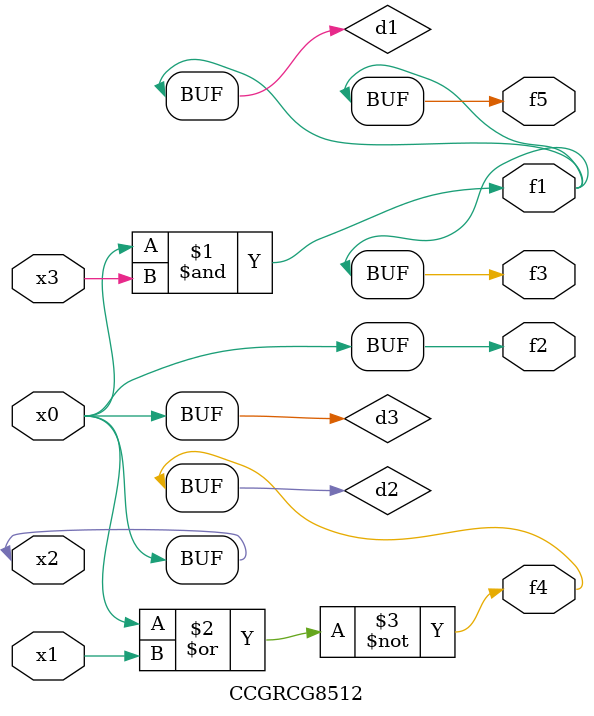
<source format=v>
module CCGRCG8512(
	input x0, x1, x2, x3,
	output f1, f2, f3, f4, f5
);

	wire d1, d2, d3;

	and (d1, x2, x3);
	nor (d2, x0, x1);
	buf (d3, x0, x2);
	assign f1 = d1;
	assign f2 = d3;
	assign f3 = d1;
	assign f4 = d2;
	assign f5 = d1;
endmodule

</source>
